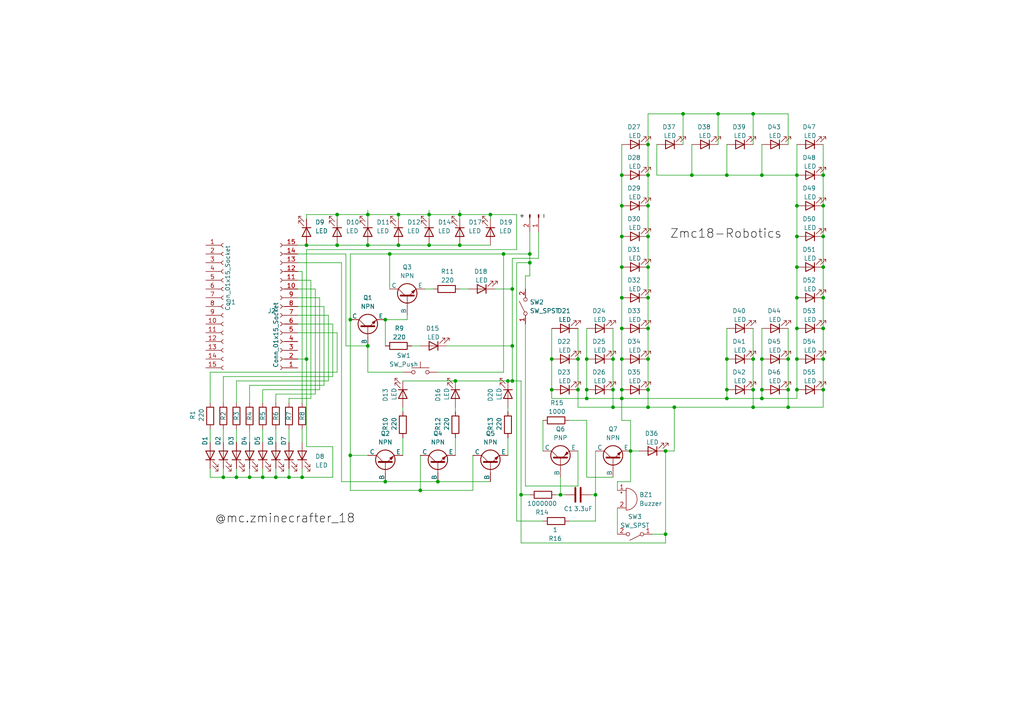
<source format=kicad_sch>
(kicad_sch (version 20250114) (generator "eeschema") (generator_version "9.0")
  (paper "A4")
  (lib_symbols
    (symbol "Connector:Conn_01x02_Pin" (pin_names (offset 1.016) (hide yes))
      (property "Reference" "J" (at 0 2.54 0))
      (property "Value" "Conn_01x02_Pin" (at 0 -5.08 0))
      (symbol "Conn_01x02_Pin_1_1"
        (pin passive line (at 5.08 0 180) (length 3.81) (name "Pin_1") (number "1"))
        (pin passive line (at 5.08 -2.54 180) (length 3.81) (name "Pin_2") (number "2"))
      )
    )
    (symbol "Connector:Conn_01x15_Socket" (pin_names (offset 1.016) (hide yes))
      (property "Reference" "J" (at 0 20.32 0))
      (property "Value" "Conn_01x15_Socket" (at 0 -20.32 0))
      (symbol "Conn_01x15_Socket_1_1"
        (pin passive line (at -5.08 17.78 0) (length 3.81) (name "Pin_1") (number "1"))
        (pin passive line (at -5.08 15.24 0) (length 3.81) (name "Pin_2") (number "2"))
        (pin passive line (at -5.08 12.7 0) (length 3.81) (name "Pin_3") (number "3"))
        (pin passive line (at -5.08 10.16 0) (length 3.81) (name "Pin_4") (number "4"))
        (pin passive line (at -5.08 7.62 0) (length 3.81) (name "Pin_5") (number "5"))
        (pin passive line (at -5.08 5.08 0) (length 3.81) (name "Pin_6") (number "6"))
        (pin passive line (at -5.08 2.54 0) (length 3.81) (name "Pin_7") (number "7"))
        (pin passive line (at -5.08 0 0) (length 3.81) (name "Pin_8") (number "8"))
        (pin passive line (at -5.08 -2.54 0) (length 3.81) (name "Pin_9") (number "9"))
        (pin passive line (at -5.08 -5.08 0) (length 3.81) (name "Pin_10") (number "10"))
        (pin passive line (at -5.08 -7.62 0) (length 3.81) (name "Pin_11") (number "11"))
        (pin passive line (at -5.08 -10.16 0) (length 3.81) (name "Pin_12") (number "12"))
        (pin passive line (at -5.08 -12.7 0) (length 3.81) (name "Pin_13") (number "13"))
        (pin passive line (at -5.08 -15.24 0) (length 3.81) (name "Pin_14") (number "14"))
        (pin passive line (at -5.08 -17.78 0) (length 3.81) (name "Pin_15") (number "15"))
      )
    )
    (symbol "Device:Buzzer" (pin_names (offset 0.0254) (hide yes))
      (property "Reference" "BZ" (at 3.81 1.27 0))
      (property "Value" "Buzzer" (at 3.81 -1.27 0))
      (symbol "Buzzer_1_1"
        (pin passive line (at -2.54 2.54 0) (length 2.54) (name "+") (number "1"))
        (pin passive line (at -2.54 -2.54 0) (length 2.54) (name "-") (number "2"))
      )
    )
    (symbol "Device:C" (pin_numbers (hide yes)) (pin_names (offset 0.254))
      (property "Reference" "C" (at 0.635 2.54 0))
      (property "Value" "C" (at 0.635 -2.54 0))
      (symbol "C_1_1"
        (pin passive line (at 0 3.81 270) (length 2.794) (name "~") (number "1"))
        (pin passive line (at 0 -3.81 90) (length 2.794) (name "~") (number "2"))
      )
    )
    (symbol "Device:LED" (pin_numbers (hide yes)) (pin_names (offset 1.016) (hide yes))
      (property "Reference" "D" (at 0 2.54 0))
      (property "Value" "LED" (at 0 -2.54 0))
      (symbol "LED_1_1"
        (pin passive line (at -3.81 0 0) (length 2.54) (name "K") (number "1"))
        (pin passive line (at 3.81 0 180) (length 2.54) (name "A") (number "2"))
      )
    )
    (symbol "Device:R" (pin_numbers (hide yes)) (pin_names (offset 0))
      (property "Reference" "R" (at 2.032 0 90))
      (property "Value" "R" (at 0 0 90))
      (symbol "R_1_1"
        (pin passive line (at 0 3.81 270) (length 1.27) (name "~") (number "1"))
        (pin passive line (at 0 -3.81 90) (length 1.27) (name "~") (number "2"))
      )
    )
    (symbol "Simulation_SPICE:NPN" (pin_numbers (hide yes)) (pin_names (offset 0))
      (property "Reference" "Q" (at -2.54 7.62 0))
      (property "Value" "NPN" (at -2.54 5.08 0))
      (symbol "NPN_1_1"
        (pin input line (at -5.08 0 0) (length 2.54) (name "B") (number "2"))
        (pin open_collector line (at 2.54 5.08 270) (length 2.54) (name "C") (number "1"))
        (pin open_emitter line (at 2.54 -5.08 90) (length 2.54) (name "E") (number "3"))
      )
    )
    (symbol "Simulation_SPICE:PNP" (pin_numbers (hide yes)) (pin_names (offset 0))
      (property "Reference" "Q" (at -2.54 7.62 0))
      (property "Value" "PNP" (at -2.54 5.08 0))
      (symbol "PNP_1_1"
        (pin input line (at -5.08 0 0) (length 2.54) (name "B") (number "2"))
        (pin open_collector line (at 2.54 5.08 270) (length 2.54) (name "C") (number "1"))
        (pin open_emitter line (at 2.54 -5.08 90) (length 2.54) (name "E") (number "3"))
      )
    )
    (symbol "Switch:SW_Push" (pin_numbers (hide yes)) (pin_names (offset 1.016) (hide yes))
      (property "Reference" "SW" (at 1.27 2.54 0))
      (property "Value" "SW_Push" (at 0 -1.524 0))
      (symbol "SW_Push_0_1"
        (pin passive line (at -5.08 0 0) (length 2.54) (name "1") (number "1"))
        (pin passive line (at 5.08 0 180) (length 2.54) (name "2") (number "2"))
      )
    )
    (symbol "Switch:SW_SPST" (pin_names (offset 0) (hide yes))
      (property "Reference" "SW" (at 0 3.175 0))
      (property "Value" "SW_SPST" (at 0 -2.54 0))
      (symbol "SW_SPST_1_1"
        (pin passive line (at -5.08 0 0) (length 2.54) (name "A") (number "1"))
        (pin passive line (at 5.08 0 180) (length 2.54) (name "B") (number "2"))
      )
    )
  )
  (junction (at 148.59 110.49))
  (junction (at 187.96 118.11))
  (junction (at 111.76 92.71))
  (junction (at 111.76 139.7))
  (junction (at 231.14 113.03))
  (junction (at 195.58 118.11))
  (junction (at 160.02 104.14))
  (junction (at 124.46 71.12))
  (junction (at 187.96 104.14))
  (junction (at 231.14 68.58))
  (junction (at 97.79 71.12))
  (junction (at 180.34 113.03))
  (junction (at 68.58 138.43))
  (junction (at 210.82 113.03))
  (junction (at 218.44 113.03))
  (junction (at 146.05 73.66))
  (junction (at 228.6 113.03))
  (junction (at 238.76 59.69))
  (junction (at 83.82 138.43))
  (junction (at 113.03 73.66))
  (junction (at 115.57 62.23))
  (junction (at 182.88 130.81))
  (junction (at 228.6 104.14))
  (junction (at 153.67 73.66))
  (junction (at 238.76 77.47))
  (junction (at 238.76 86.36))
  (junction (at 162.56 143.51))
  (junction (at 187.96 113.03))
  (junction (at 121.92 142.24))
  (junction (at 170.18 104.14))
  (junction (at 88.9 104.14))
  (junction (at 80.01 138.43))
  (junction (at 231.14 104.14))
  (junction (at 106.68 71.12))
  (junction (at 97.79 62.23))
  (junction (at 167.64 104.14))
  (junction (at 220.98 50.8))
  (junction (at 231.14 77.47))
  (junction (at 177.8 104.14))
  (junction (at 238.76 68.58))
  (junction (at 180.34 68.58))
  (junction (at 228.6 118.11))
  (junction (at 133.35 71.12))
  (junction (at 238.76 50.8))
  (junction (at 148.59 100.33))
  (junction (at 127 139.7))
  (junction (at 208.28 33.02))
  (junction (at 180.34 50.8))
  (junction (at 193.04 154.94))
  (junction (at 220.98 104.14))
  (junction (at 148.59 83.82))
  (junction (at 133.35 62.23))
  (junction (at 180.34 104.14))
  (junction (at 177.8 118.11))
  (junction (at 231.14 50.8))
  (junction (at 170.18 113.03))
  (junction (at 231.14 86.36))
  (junction (at 180.34 59.69))
  (junction (at 231.14 95.25))
  (junction (at 76.2 138.43))
  (junction (at 147.32 110.49))
  (junction (at 187.96 86.36))
  (junction (at 170.18 115.57))
  (junction (at 187.96 59.69))
  (junction (at 124.46 62.23))
  (junction (at 115.57 71.12))
  (junction (at 220.98 113.03))
  (junction (at 198.12 33.02))
  (junction (at 106.68 100.33))
  (junction (at 180.34 77.47))
  (junction (at 238.76 113.03))
  (junction (at 210.82 104.14))
  (junction (at 132.08 110.49))
  (junction (at 101.6 92.71))
  (junction (at 180.34 115.57))
  (junction (at 210.82 115.57))
  (junction (at 210.82 50.8))
  (junction (at 64.77 138.43))
  (junction (at 193.04 130.81))
  (junction (at 218.44 118.11))
  (junction (at 187.96 95.25))
  (junction (at 231.14 59.69))
  (junction (at 238.76 95.25))
  (junction (at 101.6 132.08))
  (junction (at 177.8 113.03))
  (junction (at 142.24 62.23))
  (junction (at 187.96 50.8))
  (junction (at 72.39 138.43))
  (junction (at 187.96 77.47))
  (junction (at 151.13 143.51))
  (junction (at 180.34 95.25))
  (junction (at 220.98 115.57))
  (junction (at 172.72 143.51))
  (junction (at 187.96 68.58))
  (junction (at 180.34 86.36))
  (junction (at 153.67 76.2))
  (junction (at 167.64 113.03))
  (junction (at 218.44 33.02))
  (junction (at 238.76 104.14))
  (junction (at 88.9 71.12))
  (junction (at 187.96 41.91))
  (junction (at 87.63 138.43))
  (junction (at 200.66 50.8))
  (junction (at 218.44 104.14))
  (junction (at 160.02 113.03))
  (junction (at 106.68 62.23))
  (wire (pts (xy 88.9 62.23) (xy 88.9 63.5)))
  (wire (pts (xy 238.76 68.58) (xy 238.76 77.47)))
  (wire (pts (xy 167.64 118.11) (xy 177.8 118.11)))
  (wire (pts (xy 198.12 33.02) (xy 198.12 41.91)))
  (wire (pts (xy 167.64 95.25) (xy 167.64 104.14)))
  (wire (pts (xy 231.14 59.69) (xy 231.14 68.58)))
  (wire (pts (xy 86.36 104.14) (xy 88.9 104.14)))
  (wire (pts (xy 93.98 88.9) (xy 93.98 111.76)))
  (wire (pts (xy 87.63 135.89) (xy 87.63 138.43)))
  (wire (pts (xy 106.68 62.23) (xy 106.68 60.96)))
  (wire (pts (xy 218.44 95.25) (xy 218.44 104.14)))
  (wire (pts (xy 220.98 104.14) (xy 220.98 113.03)))
  (wire (pts (xy 118.11 92.71) (xy 118.11 91.44)))
  (wire (pts (xy 180.34 121.92) (xy 182.88 121.92)))
  (wire (pts (xy 68.58 138.43) (xy 64.77 138.43)))
  (wire (pts (xy 86.36 78.74) (xy 87.63 78.74)))
  (wire (pts (xy 153.67 73.66) (xy 153.67 76.2)))
  (wire (pts (xy 228.6 95.25) (xy 228.6 104.14)))
  (wire (pts (xy 99.06 139.7) (xy 111.76 139.7)))
  (wire (pts (xy 231.14 77.47) (xy 231.14 86.36)))
  (wire (pts (xy 238.76 104.14) (xy 238.76 113.03)))
  (wire (pts (xy 64.77 135.89) (xy 64.77 138.43)))
  (wire (pts (xy 187.96 68.58) (xy 187.96 77.47)))
  (wire (pts (xy 115.57 71.12) (xy 124.46 71.12)))
  (wire (pts (xy 190.5 50.8) (xy 200.66 50.8)))
  (wire (pts (xy 92.71 113.03) (xy 76.2 113.03)))
  (wire (pts (xy 231.14 41.91) (xy 231.14 50.8)))
  (wire (pts (xy 208.28 33.02) (xy 208.28 41.91)))
  (wire (pts (xy 179.07 139.7) (xy 179.07 142.24)))
  (wire (pts (xy 86.36 91.44) (xy 95.25 91.44)))
  (wire (pts (xy 170.18 95.25) (xy 170.18 104.14)))
  (wire (pts (xy 60.96 107.95) (xy 60.96 116.84)))
  (wire (pts (xy 91.44 83.82) (xy 91.44 114.3)))
  (wire (pts (xy 113.03 73.66) (xy 146.05 73.66)))
  (wire (pts (xy 60.96 124.46) (xy 60.96 128.27)))
  (wire (pts (xy 151.13 143.51) (xy 151.13 157.48)))
  (wire (pts (xy 157.48 121.92) (xy 157.48 130.81)))
  (wire (pts (xy 210.82 104.14) (xy 210.82 113.03)))
  (wire (pts (xy 124.46 62.23) (xy 124.46 63.5)))
  (wire (pts (xy 162.56 143.51) (xy 163.83 143.51)))
  (wire (pts (xy 123.19 83.82) (xy 125.73 83.82)))
  (wire (pts (xy 86.36 88.9) (xy 93.98 88.9)))
  (wire (pts (xy 151.13 143.51) (xy 153.67 143.51)))
  (wire (pts (xy 83.82 115.57) (xy 83.82 116.84)))
  (wire (pts (xy 129.54 100.33) (xy 148.59 100.33)))
  (wire (pts (xy 152.4 93.98) (xy 152.4 140.97)))
  (wire (pts (xy 179.07 147.32) (xy 179.07 154.94)))
  (wire (pts (xy 170.18 115.57) (xy 180.34 115.57)))
  (wire (pts (xy 76.2 113.03) (xy 76.2 116.84)))
  (wire (pts (xy 116.84 110.49) (xy 132.08 110.49)))
  (wire (pts (xy 88.9 104.14) (xy 88.9 129.54)))
  (wire (pts (xy 115.57 62.23) (xy 115.57 63.5)))
  (wire (pts (xy 93.98 111.76) (xy 72.39 111.76)))
  (wire (pts (xy 180.34 77.47) (xy 180.34 86.36)))
  (wire (pts (xy 200.66 50.8) (xy 210.82 50.8)))
  (wire (pts (xy 170.18 138.43) (xy 177.8 138.43)))
  (wire (pts (xy 238.76 95.25) (xy 238.76 104.14)))
  (wire (pts (xy 218.44 104.14) (xy 218.44 113.03)))
  (wire (pts (xy 149.86 72.39) (xy 149.86 62.23)))
  (wire (pts (xy 238.76 50.8) (xy 238.76 59.69)))
  (wire (pts (xy 208.28 33.02) (xy 218.44 33.02)))
  (wire (pts (xy 220.98 41.91) (xy 220.98 50.8)))
  (wire (pts (xy 218.44 113.03) (xy 218.44 118.11)))
  (wire (pts (xy 177.8 104.14) (xy 177.8 113.03)))
  (wire (pts (xy 90.17 115.57) (xy 83.82 115.57)))
  (wire (pts (xy 86.36 93.98) (xy 96.52 93.98)))
  (wire (pts (xy 180.34 59.69) (xy 180.34 68.58)))
  (wire (pts (xy 115.57 62.23) (xy 124.46 62.23)))
  (wire (pts (xy 165.1 151.13) (xy 172.72 151.13)))
  (wire (pts (xy 189.23 154.94) (xy 193.04 154.94)))
  (wire (pts (xy 238.76 59.69) (xy 238.76 68.58)))
  (wire (pts (xy 231.14 86.36) (xy 231.14 95.25)))
  (wire (pts (xy 151.13 157.48) (xy 193.04 157.48)))
  (wire (pts (xy 231.14 95.25) (xy 231.14 104.14)))
  (wire (pts (xy 97.79 62.23) (xy 106.68 62.23)))
  (wire (pts (xy 86.36 86.36) (xy 92.71 86.36)))
  (wire (pts (xy 101.6 92.71) (xy 101.6 73.66)))
  (wire (pts (xy 133.35 62.23) (xy 142.24 62.23)))
  (wire (pts (xy 238.76 118.11) (xy 238.76 113.03)))
  (wire (pts (xy 210.82 115.57) (xy 220.98 115.57)))
  (wire (pts (xy 111.76 92.71) (xy 111.76 100.33)))
  (wire (pts (xy 187.96 77.47) (xy 187.96 86.36)))
  (wire (pts (xy 187.96 33.02) (xy 198.12 33.02)))
  (wire (pts (xy 106.68 100.33) (xy 106.68 107.95)))
  (wire (pts (xy 149.86 151.13) (xy 157.48 151.13)))
  (wire (pts (xy 76.2 124.46) (xy 76.2 128.27)))
  (wire (pts (xy 153.67 76.2) (xy 153.67 80.01)))
  (wire (pts (xy 182.88 130.81) (xy 185.42 130.81)))
  (wire (pts (xy 151.13 110.49) (xy 151.13 143.51)))
  (wire (pts (xy 187.96 50.8) (xy 187.96 59.69)))
  (wire (pts (xy 187.96 104.14) (xy 187.96 113.03)))
  (wire (pts (xy 124.46 62.23) (xy 133.35 62.23)))
  (wire (pts (xy 90.17 81.28) (xy 90.17 115.57)))
  (wire (pts (xy 187.96 41.91) (xy 187.96 33.02)))
  (wire (pts (xy 177.8 118.11) (xy 187.96 118.11)))
  (wire (pts (xy 160.02 95.25) (xy 160.02 104.14)))
  (wire (pts (xy 95.25 91.44) (xy 95.25 110.49)))
  (wire (pts (xy 72.39 124.46) (xy 72.39 128.27)))
  (wire (pts (xy 124.46 62.23) (xy 124.46 60.96)))
  (wire (pts (xy 165.1 121.92) (xy 170.18 121.92)))
  (wire (pts (xy 238.76 86.36) (xy 238.76 95.25)))
  (wire (pts (xy 210.82 50.8) (xy 220.98 50.8)))
  (wire (pts (xy 220.98 50.8) (xy 231.14 50.8)))
  (wire (pts (xy 124.46 71.12) (xy 133.35 71.12)))
  (wire (pts (xy 167.64 130.81) (xy 167.64 140.97)))
  (wire (pts (xy 195.58 118.11) (xy 218.44 118.11)))
  (wire (pts (xy 198.12 33.02) (xy 208.28 33.02)))
  (wire (pts (xy 187.96 95.25) (xy 187.96 104.14)))
  (wire (pts (xy 153.67 76.2) (xy 149.86 76.2)))
  (wire (pts (xy 101.6 132.08) (xy 101.6 142.24)))
  (wire (pts (xy 133.35 62.23) (xy 133.35 63.5)))
  (wire (pts (xy 116.84 118.11) (xy 116.84 119.38)))
  (wire (pts (xy 91.44 114.3) (xy 80.01 114.3)))
  (wire (pts (xy 172.72 130.81) (xy 172.72 143.51)))
  (wire (pts (xy 97.79 71.12) (xy 106.68 71.12)))
  (wire (pts (xy 132.08 118.11) (xy 132.08 119.38)))
  (wire (pts (xy 187.96 41.91) (xy 187.96 50.8)))
  (wire (pts (xy 172.72 143.51) (xy 172.72 151.13)))
  (wire (pts (xy 210.82 41.91) (xy 210.82 50.8)))
  (wire (pts (xy 97.79 62.23) (xy 97.79 63.5)))
  (wire (pts (xy 231.14 115.57) (xy 231.14 113.03)))
  (wire (pts (xy 187.96 59.69) (xy 187.96 68.58)))
  (wire (pts (xy 97.79 96.52) (xy 97.79 107.95)))
  (wire (pts (xy 180.34 104.14) (xy 180.34 113.03)))
  (wire (pts (xy 96.52 129.54) (xy 96.52 138.43)))
  (wire (pts (xy 96.52 138.43) (xy 87.63 138.43)))
  (wire (pts (xy 182.88 130.81) (xy 182.88 139.7)))
  (wire (pts (xy 88.9 71.12) (xy 97.79 71.12)))
  (wire (pts (xy 142.24 62.23) (xy 142.24 63.5)))
  (wire (pts (xy 99.06 76.2) (xy 99.06 139.7)))
  (wire (pts (xy 113.03 73.66) (xy 113.03 83.82)))
  (wire (pts (xy 86.36 96.52) (xy 97.79 96.52)))
  (wire (pts (xy 132.08 110.49) (xy 147.32 110.49)))
  (wire (pts (xy 121.92 142.24) (xy 121.92 132.08)))
  (wire (pts (xy 146.05 73.66) (xy 146.05 107.95)))
  (wire (pts (xy 238.76 41.91) (xy 238.76 50.8)))
  (wire (pts (xy 228.6 104.14) (xy 228.6 113.03)))
  (wire (pts (xy 86.36 83.82) (xy 91.44 83.82)))
  (wire (pts (xy 96.52 93.98) (xy 96.52 109.22)))
  (wire (pts (xy 68.58 135.89) (xy 68.58 138.43)))
  (wire (pts (xy 64.77 109.22) (xy 64.77 116.84)))
  (wire (pts (xy 101.6 73.66) (xy 113.03 73.66)))
  (wire (pts (xy 152.4 80.01) (xy 152.4 83.82)))
  (wire (pts (xy 182.88 139.7) (xy 179.07 139.7)))
  (wire (pts (xy 228.6 33.02) (xy 228.6 41.91)))
  (wire (pts (xy 171.45 143.51) (xy 172.72 143.51)))
  (wire (pts (xy 132.08 127) (xy 132.08 132.08)))
  (wire (pts (xy 88.9 72.39) (xy 149.86 72.39)))
  (wire (pts (xy 133.35 71.12) (xy 142.24 71.12)))
  (wire (pts (xy 80.01 138.43) (xy 76.2 138.43)))
  (wire (pts (xy 231.14 104.14) (xy 231.14 113.03)))
  (wire (pts (xy 170.18 121.92) (xy 170.18 138.43)))
  (wire (pts (xy 87.63 138.43) (xy 83.82 138.43)))
  (wire (pts (xy 180.34 41.91) (xy 180.34 50.8)))
  (wire (pts (xy 153.67 80.01) (xy 152.4 80.01)))
  (wire (pts (xy 220.98 95.25) (xy 220.98 104.14)))
  (wire (pts (xy 116.84 127) (xy 116.84 132.08)))
  (wire (pts (xy 177.8 95.25) (xy 177.8 104.14)))
  (wire (pts (xy 88.9 129.54) (xy 96.52 129.54)))
  (wire (pts (xy 148.59 74.93) (xy 148.59 83.82)))
  (wire (pts (xy 83.82 135.89) (xy 83.82 138.43)))
  (wire (pts (xy 68.58 110.49) (xy 68.58 116.84)))
  (wire (pts (xy 193.04 157.48) (xy 193.04 154.94)))
  (wire (pts (xy 149.86 62.23) (xy 142.24 62.23)))
  (wire (pts (xy 64.77 124.46) (xy 64.77 128.27)))
  (wire (pts (xy 86.36 81.28) (xy 90.17 81.28)))
  (wire (pts (xy 182.88 121.92) (xy 182.88 130.81)))
  (wire (pts (xy 218.44 33.02) (xy 218.44 41.91)))
  (wire (pts (xy 127 107.95) (xy 146.05 107.95)))
  (wire (pts (xy 152.4 140.97) (xy 167.64 140.97)))
  (wire (pts (xy 100.33 100.33) (xy 106.68 100.33)))
  (wire (pts (xy 101.6 142.24) (xy 121.92 142.24)))
  (wire (pts (xy 60.96 135.89) (xy 60.96 138.43)))
  (wire (pts (xy 87.63 78.74) (xy 87.63 116.84)))
  (wire (pts (xy 180.34 50.8) (xy 180.34 59.69)))
  (wire (pts (xy 87.63 124.46) (xy 87.63 128.27)))
  (wire (pts (xy 180.34 95.25) (xy 180.34 104.14)))
  (wire (pts (xy 231.14 68.58) (xy 231.14 77.47)))
  (wire (pts (xy 195.58 130.81) (xy 193.04 130.81)))
  (wire (pts (xy 220.98 115.57) (xy 231.14 115.57)))
  (wire (pts (xy 86.36 73.66) (xy 100.33 73.66)))
  (wire (pts (xy 153.67 67.31) (xy 153.67 73.66)))
  (wire (pts (xy 111.76 139.7) (xy 127 139.7)))
  (wire (pts (xy 86.36 76.2) (xy 99.06 76.2)))
  (wire (pts (xy 210.82 113.03) (xy 210.82 115.57)))
  (wire (pts (xy 148.59 110.49) (xy 151.13 110.49)))
  (wire (pts (xy 160.02 115.57) (xy 170.18 115.57)))
  (wire (pts (xy 160.02 104.14) (xy 160.02 113.03)))
  (wire (pts (xy 193.04 154.94) (xy 193.04 130.81)))
  (wire (pts (xy 156.21 74.93) (xy 156.21 67.31)))
  (wire (pts (xy 161.29 143.51) (xy 162.56 143.51)))
  (wire (pts (xy 195.58 118.11) (xy 195.58 130.81)))
  (wire (pts (xy 200.66 41.91) (xy 200.66 50.8)))
  (wire (pts (xy 121.92 142.24) (xy 137.16 142.24)))
  (wire (pts (xy 167.64 104.14) (xy 167.64 113.03)))
  (wire (pts (xy 177.8 113.03) (xy 177.8 118.11)))
  (wire (pts (xy 228.6 118.11) (xy 238.76 118.11)))
  (wire (pts (xy 106.68 62.23) (xy 106.68 63.5)))
  (wire (pts (xy 76.2 135.89) (xy 76.2 138.43)))
  (wire (pts (xy 149.86 76.2) (xy 149.86 151.13)))
  (wire (pts (xy 148.59 83.82) (xy 148.59 100.33)))
  (wire (pts (xy 95.25 110.49) (xy 68.58 110.49)))
  (wire (pts (xy 148.59 100.33) (xy 148.59 110.49)))
  (wire (pts (xy 180.34 115.57) (xy 210.82 115.57)))
  (wire (pts (xy 80.01 114.3) (xy 80.01 116.84)))
  (wire (pts (xy 92.71 86.36) (xy 92.71 113.03)))
  (wire (pts (xy 218.44 118.11) (xy 228.6 118.11)))
  (wire (pts (xy 119.38 100.33) (xy 121.92 100.33)))
  (wire (pts (xy 101.6 92.71) (xy 101.6 132.08)))
  (wire (pts (xy 106.68 71.12) (xy 115.57 71.12)))
  (wire (pts (xy 106.68 62.23) (xy 115.57 62.23)))
  (wire (pts (xy 210.82 95.25) (xy 210.82 104.14)))
  (wire (pts (xy 96.52 109.22) (xy 64.77 109.22)))
  (wire (pts (xy 80.01 135.89) (xy 80.01 138.43)))
  (wire (pts (xy 162.56 138.43) (xy 162.56 143.51)))
  (wire (pts (xy 80.01 124.46) (xy 80.01 128.27)))
  (wire (pts (xy 83.82 138.43) (xy 80.01 138.43)))
  (wire (pts (xy 88.9 104.14) (xy 88.9 72.39)))
  (wire (pts (xy 137.16 132.08) (xy 137.16 142.24)))
  (wire (pts (xy 147.32 127) (xy 147.32 132.08)))
  (wire (pts (xy 170.18 104.14) (xy 170.18 113.03)))
  (wire (pts (xy 68.58 124.46) (xy 68.58 128.27)))
  (wire (pts (xy 64.77 138.43) (xy 60.96 138.43)))
  (wire (pts (xy 100.33 73.66) (xy 100.33 100.33)))
  (wire (pts (xy 72.39 111.76) (xy 72.39 116.84)))
  (wire (pts (xy 127 139.7) (xy 142.24 139.7)))
  (wire (pts (xy 187.96 86.36) (xy 187.96 95.25)))
  (wire (pts (xy 88.9 62.23) (xy 97.79 62.23)))
  (wire (pts (xy 111.76 92.71) (xy 118.11 92.71)))
  (wire (pts (xy 180.34 115.57) (xy 180.34 121.92)))
  (wire (pts (xy 167.64 113.03) (xy 167.64 118.11)))
  (wire (pts (xy 231.14 50.8) (xy 231.14 59.69)))
  (wire (pts (xy 83.82 124.46) (xy 83.82 128.27)))
  (wire (pts (xy 180.34 86.36) (xy 180.34 95.25)))
  (wire (pts (xy 72.39 138.43) (xy 68.58 138.43)))
  (wire (pts (xy 106.68 107.95) (xy 116.84 107.95)))
  (wire (pts (xy 180.34 68.58) (xy 180.34 77.47)))
  (wire (pts (xy 238.76 77.47) (xy 238.76 86.36)))
  (wire (pts (xy 143.51 83.82) (xy 148.59 83.82)))
  (wire (pts (xy 76.2 138.43) (xy 72.39 138.43)))
  (wire (pts (xy 147.32 110.49) (xy 148.59 110.49)))
  (wire (pts (xy 101.6 132.08) (xy 106.68 132.08)))
  (wire (pts (xy 86.36 71.12) (xy 88.9 71.12)))
  (wire (pts (xy 153.67 73.66) (xy 146.05 73.66)))
  (wire (pts (xy 228.6 113.03) (xy 228.6 118.11)))
  (wire (pts (xy 170.18 115.57) (xy 170.18 113.03)))
  (wire (pts (xy 72.39 135.89) (xy 72.39 138.43)))
  (wire (pts (xy 220.98 113.03) (xy 220.98 115.57)))
  (wire (pts (xy 133.35 62.23) (xy 133.35 60.96)))
  (wire (pts (xy 148.59 74.93) (xy 156.21 74.93)))
  (wire (pts (xy 160.02 113.03) (xy 160.02 115.57)))
  (wire (pts (xy 180.34 113.03) (xy 180.34 115.57)))
  (wire (pts (xy 133.35 83.82) (xy 135.89 83.82)))
  (wire (pts (xy 187.96 118.11) (xy 195.58 118.11)))
  (wire (pts (xy 147.32 118.11) (xy 147.32 119.38)))
  (wire (pts (xy 97.79 107.95) (xy 60.96 107.95)))
  (wire (pts (xy 187.96 113.03) (xy 187.96 118.11)))
  (wire (pts (xy 190.5 41.91) (xy 190.5 50.8)))
  (wire (pts (xy 218.44 33.02) (xy 228.6 33.02)))
  (label "-" (at 158.75 63.5 90))
  (label "+" (at 152.4 63.5 90))
  (label "Zmc18-Robotics" (at 194.31 69.85 0) (effects (font (size 2.54 2.54))))
  (label "@mc.zminecrafter_18" (at 62.23 152.4 0) (effects (font (size 2.54 2.54))))
  (symbol (lib_id "Simulation_SPICE:NPN") (at 111.76 134.62 90) (unit 1)
    (property "Reference" "Q2" (at 111.76 125.73 90))
    (property "Value" "NPN" (at 111.76 128.27 90))
    (property "Footprint" "Package_TO_SOT_SMD:SOT-23" (effects (hide yes)))
    (property "Datasheet" "https://ngspice.sourceforge.io/docs/ngspice-html-manual/manual.xhtml#cha_BJTs" (effects (hide yes)))
    (property "Description" "Bipolar transistor symbol for simulation only, substrate tied to the emitter" (effects (hide yes)))
    (property "Sim.Device" "NPN" (effects (hide yes)))
    (property "Sim.Type" "GUMMELPOON" (effects (hide yes)))
    (property "Sim.Pins" "1=C 2=B 3=E" (effects (hide yes)))
  )
  (symbol (lib_id "Connector:Conn_01x02_Pin") (at 156.21 62.23 270) (unit 1)
    (property "Reference" "+1" (effects (hide yes)))
    (property "Value" "Conn_01x02_Pin" (effects (hide yes)))
    (property "Footprint" "Connector_PinHeader_2.54mm:PinHeader_1x02_P2.54mm_Horizontal" (effects (hide yes)))
    (property "Description" "Generic connector, single row, 01x02, script generated" (effects (hide yes)))
  )
  (symbol (lib_id "Device:LED") (at 163.83 113.03 180) (unit 1)
    (property "Reference" "D23" (at 163.576 107.95 0))
    (property "Value" "LED" (at 163.83 110.49 0))
    (property "Footprint" "LED_THT:LED_D5.0mm" (effects (hide yes)))
    (property "Description" "Light emitting diode" (effects (hide yes)))
    (property "Sim.Pins" "1=K 2=A" (effects (hide yes)))
  )
  (symbol (lib_id "Device:LED") (at 184.15 68.58 180) (unit 1)
    (property "Reference" "D30" (at 183.896 63.5 0))
    (property "Value" "LED" (at 184.15 66.04 0))
    (property "Footprint" "LED_THT:LED_D5.0mm" (effects (hide yes)))
    (property "Description" "Light emitting diode" (effects (hide yes)))
    (property "Sim.Pins" "1=K 2=A" (effects (hide yes)))
  )
  (symbol (lib_id "Simulation_SPICE:NPN") (at 118.11 86.36 90) (unit 1)
    (property "Reference" "Q3" (at 118.11 77.47 90))
    (property "Value" "NPN" (at 118.11 80.01 90))
    (property "Footprint" "Package_TO_SOT_SMD:SOT-23" (effects (hide yes)))
    (property "Datasheet" "https://ngspice.sourceforge.io/docs/ngspice-html-manual/manual.xhtml#cha_BJTs" (effects (hide yes)))
    (property "Description" "Bipolar transistor symbol for simulation only, substrate tied to the emitter" (effects (hide yes)))
    (property "Sim.Device" "NPN" (effects (hide yes)))
    (property "Sim.Type" "GUMMELPOON" (effects (hide yes)))
    (property "Sim.Pins" "1=C 2=B 3=E" (effects (hide yes)))
  )
  (symbol (lib_id "Device:LED") (at 184.15 104.14 180) (unit 1)
    (property "Reference" "D34" (at 183.896 99.06 0))
    (property "Value" "LED" (at 184.15 101.6 0))
    (property "Footprint" "LED_THT:LED_D5.0mm" (effects (hide yes)))
    (property "Description" "Light emitting diode" (effects (hide yes)))
    (property "Sim.Pins" "1=K 2=A" (effects (hide yes)))
  )
  (symbol (lib_id "Connector:Conn_01x15_Socket") (at 81.28 88.9 180) (unit 1)
    (property "Reference" "J2" (at 80.01 90.1701 0) (effects (justify left)))
    (property "Value" "Conn_01x15_Socket" (at 80.01 87.6301 90) (effects (justify left)))
    (property "Footprint" "Connector_PinSocket_2.54mm:PinSocket_1x15_P2.54mm_Vertical" (effects (hide yes)))
    (property "Description" "Generic connector, single row, 01x15, script generated" (effects (hide yes)))
  )
  (symbol (lib_id "Device:LED") (at 68.58 132.08 90) (unit 1)
    (property "Reference" "D3" (at 67.056 126.492 0) (effects (justify right)))
    (property "Value" "LED" (effects (hide yes)))
    (property "Footprint" "LED_SMD:LED_0805_2012Metric" (effects (hide yes)))
    (property "Description" "Light emitting diode" (effects (hide yes)))
    (property "Sim.Pins" "1=K 2=A" (effects (hide yes)))
  )
  (symbol (lib_id "Device:LED") (at 184.15 50.8 180) (unit 1)
    (property "Reference" "D28" (at 183.896 45.72 0))
    (property "Value" "LED" (at 184.15 48.26 0))
    (property "Footprint" "LED_THT:LED_D5.0mm" (effects (hide yes)))
    (property "Description" "Light emitting diode" (effects (hide yes)))
    (property "Sim.Pins" "1=K 2=A" (effects (hide yes)))
  )
  (symbol (lib_id "Device:LED") (at 163.83 104.14 180) (unit 1)
    (property "Reference" "D22" (at 163.576 99.06 0))
    (property "Value" "LED" (at 163.83 101.6 0))
    (property "Footprint" "LED_THT:LED_D5.0mm" (effects (hide yes)))
    (property "Description" "Light emitting diode" (effects (hide yes)))
    (property "Sim.Pins" "1=K 2=A" (effects (hide yes)))
  )
  (symbol (lib_id "Device:LED") (at 214.63 95.25 180) (unit 1)
    (property "Reference" "D40" (at 214.376 90.17 0))
    (property "Value" "LED" (at 214.63 92.71 0))
    (property "Footprint" "LED_THT:LED_D5.0mm" (effects (hide yes)))
    (property "Description" "Light emitting diode" (effects (hide yes)))
    (property "Sim.Pins" "1=K 2=A" (effects (hide yes)))
  )
  (symbol (lib_id "Device:C") (at 167.64 143.51 270) (unit 1)
    (property "Reference" "C1" (at 164.846 147.574 90))
    (property "Value" "3.3uF" (at 169.164 147.574 90))
    (property "Footprint" "Capacitor_SMD:CP_Elec_6.3x3" (effects (hide yes)))
    (property "Description" "Unpolarized capacitor" (effects (hide yes)))
  )
  (symbol (lib_id "Device:R") (at 116.84 123.19 180) (unit 1)
    (property "Reference" "R10" (at 111.76 122.936 90))
    (property "Value" "220" (at 114.3 122.936 90))
    (property "Footprint" "Resistor_SMD:R_0805_2012Metric" (effects (hide yes)))
    (property "Description" "Resistor" (effects (hide yes)))
  )
  (symbol (lib_id "Device:R") (at 161.29 151.13 270) (unit 1)
    (property "Reference" "R16" (at 161.036 156.21 90))
    (property "Value" "1" (at 161.036 153.67 90))
    (property "Footprint" "Resistor_SMD:R_0805_2012Metric" (effects (hide yes)))
    (property "Description" "Resistor" (effects (hide yes)))
  )
  (symbol (lib_id "Switch:SW_Push") (at 121.92 107.95 0) (unit 1)
    (property "Reference" "SW1" (at 117.094 103.124 0))
    (property "Value" "SW_Push" (at 117.094 105.664 0))
    (property "Footprint" "Button_Switch_THT:SW_PUSH_6mm" (effects (hide yes)))
    (property "Description" "Push button switch, generic, two pins" (effects (hide yes)))
  )
  (symbol (lib_id "Device:LED") (at 133.35 67.31 270) (unit 1)
    (property "Reference" "D17" (at 135.89 64.4524 90) (effects (justify left)))
    (property "Value" "LED" (at 135.89 66.9924 90) (effects (justify left)))
    (property "Footprint" "LED_SMD:LED_0805_2012Metric" (effects (hide yes)))
    (property "Description" "Light emitting diode" (effects (hide yes)))
    (property "Sim.Pins" "1=K 2=A" (effects (hide yes)))
  )
  (symbol (lib_id "Device:LED") (at 115.57 67.31 270) (unit 1)
    (property "Reference" "D12" (at 118.11 64.4524 90) (effects (justify left)))
    (property "Value" "LED" (at 118.11 66.9924 90) (effects (justify left)))
    (property "Footprint" "LED_SMD:LED_0805_2012Metric" (effects (hide yes)))
    (property "Description" "Light emitting diode" (effects (hide yes)))
    (property "Sim.Pins" "1=K 2=A" (effects (hide yes)))
  )
  (symbol (lib_id "Device:LED") (at 83.82 132.08 90) (unit 1)
    (property "Reference" "D7" (at 82.296 126.492 0) (effects (justify right)))
    (property "Value" "LED" (effects (hide yes)))
    (property "Footprint" "LED_SMD:LED_0805_2012Metric" (effects (hide yes)))
    (property "Description" "Light emitting diode" (effects (hide yes)))
    (property "Sim.Pins" "1=K 2=A" (effects (hide yes)))
  )
  (symbol (lib_id "Device:R") (at 60.96 120.65 180) (unit 1)
    (property "Reference" "R1" (at 55.88 120.396 90))
    (property "Value" "220" (at 58.42 120.396 90))
    (property "Footprint" "Resistor_SMD:R_0805_2012Metric" (effects (hide yes)))
    (property "Description" "Resistor" (effects (hide yes)))
  )
  (symbol (lib_id "Simulation_SPICE:NPN") (at 177.8 133.35 90) (unit 1)
    (property "Reference" "Q7" (at 177.8 124.46 90))
    (property "Value" "NPN" (at 177.8 127 90))
    (property "Footprint" "Package_TO_SOT_SMD:SOT-23" (effects (hide yes)))
    (property "Datasheet" "https://ngspice.sourceforge.io/docs/ngspice-html-manual/manual.xhtml#cha_BJTs" (effects (hide yes)))
    (property "Description" "Bipolar transistor symbol for simulation only, substrate tied to the emitter" (effects (hide yes)))
    (property "Sim.Device" "NPN" (effects (hide yes)))
    (property "Sim.Type" "GUMMELPOON" (effects (hide yes)))
    (property "Sim.Pins" "1=C 2=B 3=E" (effects (hide yes)))
  )
  (symbol (lib_id "Device:LED") (at 125.73 100.33 180) (unit 1)
    (property "Reference" "D15" (at 125.476 95.25 0))
    (property "Value" "LED" (at 125.73 97.79 0))
    (property "Footprint" "LED_SMD:LED_0805_2012Metric" (effects (hide yes)))
    (property "Description" "Light emitting diode" (effects (hide yes)))
    (property "Sim.Pins" "1=K 2=A" (effects (hide yes)))
  )
  (symbol (lib_id "Device:R") (at 115.57 100.33 90) (unit 1)
    (property "Reference" "R9" (at 115.824 95.25 90))
    (property "Value" "220" (at 115.824 97.79 90))
    (property "Footprint" "Resistor_SMD:R_0805_2012Metric" (effects (hide yes)))
    (property "Description" "Resistor" (effects (hide yes)))
  )
  (symbol (lib_id "Device:LED") (at 88.9 67.31 270) (unit 1)
    (property "Reference" "D9" (at 91.44 64.4524 90) (effects (justify left)))
    (property "Value" "LED" (at 91.44 66.9924 90) (effects (justify left)))
    (property "Footprint" "LED_SMD:LED_0805_2012Metric" (effects (hide yes)))
    (property "Description" "Light emitting diode" (effects (hide yes)))
    (property "Sim.Pins" "1=K 2=A" (effects (hide yes)))
  )
  (symbol (lib_id "Device:R") (at 64.77 120.65 180) (unit 1)
    (property "Reference" "R2" (at 64.77 120.65 90))
    (property "Value" "220" (effects (hide yes)))
    (property "Footprint" "Resistor_SMD:R_0805_2012Metric" (effects (hide yes)))
    (property "Description" "Resistor" (effects (hide yes)))
  )
  (symbol (lib_id "Device:LED") (at 234.95 95.25 180) (unit 1)
    (property "Reference" "D53" (at 234.696 90.17 0))
    (property "Value" "LED" (at 234.95 92.71 0))
    (property "Footprint" "LED_THT:LED_D5.0mm" (effects (hide yes)))
    (property "Description" "Light emitting diode" (effects (hide yes)))
    (property "Sim.Pins" "1=K 2=A" (effects (hide yes)))
  )
  (symbol (lib_id "Device:LED") (at 234.95 104.14 180) (unit 1)
    (property "Reference" "D54" (at 234.696 99.06 0))
    (property "Value" "LED" (at 234.95 101.6 0))
    (property "Footprint" "LED_THT:LED_D5.0mm" (effects (hide yes)))
    (property "Description" "Light emitting diode" (effects (hide yes)))
    (property "Sim.Pins" "1=K 2=A" (effects (hide yes)))
  )
  (symbol (lib_id "Device:LED") (at 184.15 59.69 180) (unit 1)
    (property "Reference" "D29" (at 183.896 54.61 0))
    (property "Value" "LED" (at 184.15 57.15 0))
    (property "Footprint" "LED_THT:LED_D5.0mm" (effects (hide yes)))
    (property "Description" "Light emitting diode" (effects (hide yes)))
    (property "Sim.Pins" "1=K 2=A" (effects (hide yes)))
  )
  (symbol (lib_id "Device:LED") (at 224.79 104.14 180) (unit 1)
    (property "Reference" "D45" (at 224.536 99.06 0))
    (property "Value" "LED" (at 224.79 101.6 0))
    (property "Footprint" "LED_THT:LED_D5.0mm" (effects (hide yes)))
    (property "Description" "Light emitting diode" (effects (hide yes)))
    (property "Sim.Pins" "1=K 2=A" (effects (hide yes)))
  )
  (symbol (lib_id "Device:LED") (at 234.95 77.47 180) (unit 1)
    (property "Reference" "D51" (at 234.696 72.39 0))
    (property "Value" "LED" (at 234.95 74.93 0))
    (property "Footprint" "LED_THT:LED_D5.0mm" (effects (hide yes)))
    (property "Description" "Light emitting diode" (effects (hide yes)))
    (property "Sim.Pins" "1=K 2=A" (effects (hide yes)))
  )
  (symbol (lib_id "Device:LED") (at 64.77 132.08 90) (unit 1)
    (property "Reference" "D2" (at 63.246 126.492 0) (effects (justify right)))
    (property "Value" "LED" (effects (hide yes)))
    (property "Footprint" "LED_SMD:LED_0805_2012Metric" (effects (hide yes)))
    (property "Description" "Light emitting diode" (effects (hide yes)))
    (property "Sim.Pins" "1=K 2=A" (effects (hide yes)))
  )
  (symbol (lib_id "Device:R") (at 72.39 120.65 180) (unit 1)
    (property "Reference" "R4" (at 72.39 120.65 90))
    (property "Value" "220" (effects (hide yes)))
    (property "Footprint" "Resistor_SMD:R_0805_2012Metric" (effects (hide yes)))
    (property "Description" "Resistor" (effects (hide yes)))
  )
  (symbol (lib_id "Device:Buzzer") (at 181.61 144.78 0) (unit 1)
    (property "Reference" "BZ1" (at 185.42 143.5099 0) (effects (justify left)))
    (property "Value" "Buzzer" (at 185.42 146.0499 0) (effects (justify left)))
    (property "Footprint" "Buzzer_Beeper:Buzzer_12x9.5RM7.6" (effects (hide yes)))
    (property "Description" "Buzzer, polarized" (effects (hide yes)))
  )
  (symbol (lib_id "Device:R") (at 132.08 123.19 180) (unit 1)
    (property "Reference" "R12" (at 127 122.936 90))
    (property "Value" "220" (at 129.54 122.936 90))
    (property "Footprint" "Resistor_SMD:R_0805_2012Metric" (effects (hide yes)))
    (property "Description" "Resistor" (effects (hide yes)))
  )
  (symbol (lib_id "Device:LED") (at 173.99 104.14 180) (unit 1)
    (property "Reference" "D25" (at 173.736 99.06 0))
    (property "Value" "LED" (at 173.99 101.6 0))
    (property "Footprint" "LED_THT:LED_D5.0mm" (effects (hide yes)))
    (property "Description" "Light emitting diode" (effects (hide yes)))
    (property "Sim.Pins" "1=K 2=A" (effects (hide yes)))
  )
  (symbol (lib_id "Connector:Conn_01x15_Socket") (at 64.77 88.9 0) (unit 1)
    (property "Reference" "J1" (at 66.04 87.6299 0) (effects (justify left)))
    (property "Value" "Conn_01x15_Socket" (at 66.04 90.1699 90) (effects (justify left)))
    (property "Footprint" "Connector_PinSocket_2.54mm:PinSocket_1x15_P2.54mm_Vertical" (effects (hide yes)))
    (property "Description" "Generic connector, single row, 01x15, script generated" (effects (hide yes)))
  )
  (symbol (lib_id "Device:LED") (at 234.95 86.36 180) (unit 1)
    (property "Reference" "D52" (at 234.696 81.28 0))
    (property "Value" "LED" (at 234.95 83.82 0))
    (property "Footprint" "LED_THT:LED_D5.0mm" (effects (hide yes)))
    (property "Description" "Light emitting diode" (effects (hide yes)))
    (property "Sim.Pins" "1=K 2=A" (effects (hide yes)))
  )
  (symbol (lib_id "Device:LED") (at 184.15 41.91 180) (unit 1)
    (property "Reference" "D27" (at 183.896 36.83 0))
    (property "Value" "LED" (at 184.15 39.37 0))
    (property "Footprint" "LED_THT:LED_D5.0mm" (effects (hide yes)))
    (property "Description" "Light emitting diode" (effects (hide yes)))
    (property "Sim.Pins" "1=K 2=A" (effects (hide yes)))
  )
  (symbol (lib_id "Simulation_SPICE:PNP") (at 162.56 133.35 90) (unit 1)
    (property "Reference" "Q6" (at 162.56 124.46 90))
    (property "Value" "PNP" (at 162.56 127 90))
    (property "Footprint" "Package_TO_SOT_SMD:SOT-23" (effects (hide yes)))
    (property "Datasheet" "https://ngspice.sourceforge.io/docs/ngspice-html-manual/manual.xhtml#cha_BJTs" (effects (hide yes)))
    (property "Description" "Bipolar transistor symbol for simulation only, substrate tied to the emitter" (effects (hide yes)))
    (property "Sim.Device" "PNP" (effects (hide yes)))
    (property "Sim.Type" "GUMMELPOON" (effects (hide yes)))
    (property "Sim.Pins" "1=C 2=B 3=E" (effects (hide yes)))
  )
  (symbol (lib_id "Device:LED") (at 214.63 41.91 180) (unit 1)
    (property "Reference" "D39" (at 214.376 36.83 0))
    (property "Value" "LED" (at 214.63 39.37 0))
    (property "Footprint" "LED_THT:LED_D5.0mm" (effects (hide yes)))
    (property "Description" "Light emitting diode" (effects (hide yes)))
    (property "Sim.Pins" "1=K 2=A" (effects (hide yes)))
  )
  (symbol (lib_id "Device:LED") (at 184.15 113.03 180) (unit 1)
    (property "Reference" "D35" (at 183.896 107.95 0))
    (property "Value" "LED" (at 184.15 110.49 0))
    (property "Footprint" "LED_THT:LED_D5.0mm" (effects (hide yes)))
    (property "Description" "Light emitting diode" (effects (hide yes)))
    (property "Sim.Pins" "1=K 2=A" (effects (hide yes)))
  )
  (symbol (lib_id "Device:LED") (at 184.15 86.36 180) (unit 1)
    (property "Reference" "D32" (at 183.896 81.28 0))
    (property "Value" "LED" (at 184.15 83.82 0))
    (property "Footprint" "LED_THT:LED_D5.0mm" (effects (hide yes)))
    (property "Description" "Light emitting diode" (effects (hide yes)))
    (property "Sim.Pins" "1=K 2=A" (effects (hide yes)))
  )
  (symbol (lib_id "Device:R") (at 161.29 121.92 90) (unit 1)
    (property "Reference" "R15" (at 161.544 116.84 90))
    (property "Value" "1000" (at 161.544 119.38 90))
    (property "Footprint" "Resistor_SMD:R_0805_2012Metric" (effects (hide yes)))
    (property "Description" "Resistor" (effects (hide yes)))
  )
  (symbol (lib_id "Device:LED") (at 214.63 104.14 180) (unit 1)
    (property "Reference" "D41" (at 214.376 99.06 0))
    (property "Value" "LED" (at 214.63 101.6 0))
    (property "Footprint" "LED_THT:LED_D5.0mm" (effects (hide yes)))
    (property "Description" "Light emitting diode" (effects (hide yes)))
    (property "Sim.Pins" "1=K 2=A" (effects (hide yes)))
  )
  (symbol (lib_id "Device:LED") (at 189.23 130.81 180) (unit 1)
    (property "Reference" "D36" (at 188.976 125.73 0))
    (property "Value" "LED" (at 189.23 128.27 0))
    (property "Footprint" "LED_SMD:LED_0805_2012Metric" (effects (hide yes)))
    (property "Description" "Light emitting diode" (effects (hide yes)))
    (property "Sim.Pins" "1=K 2=A" (effects (hide yes)))
  )
  (symbol (lib_id "Device:LED") (at 194.31 41.91 180) (unit 1)
    (property "Reference" "D37" (at 194.056 36.83 0))
    (property "Value" "LED" (at 194.31 39.37 0))
    (property "Footprint" "LED_THT:LED_D5.0mm" (effects (hide yes)))
    (property "Description" "Light emitting diode" (effects (hide yes)))
    (property "Sim.Pins" "1=K 2=A" (effects (hide yes)))
  )
  (symbol (lib_id "Device:LED") (at 173.99 113.03 180) (unit 1)
    (property "Reference" "D26" (at 173.736 107.95 0))
    (property "Value" "LED" (at 173.99 110.49 0))
    (property "Footprint" "LED_THT:LED_D5.0mm" (effects (hide yes)))
    (property "Description" "Light emitting diode" (effects (hide yes)))
    (property "Sim.Pins" "1=K 2=A" (effects (hide yes)))
  )
  (symbol (lib_id "Device:R") (at 76.2 120.65 180) (unit 1)
    (property "Reference" "R5" (at 76.2 120.65 90))
    (property "Value" "220" (effects (hide yes)))
    (property "Footprint" "Resistor_SMD:R_0805_2012Metric" (effects (hide yes)))
    (property "Description" "Resistor" (effects (hide yes)))
  )
  (symbol (lib_id "Device:LED") (at 60.96 132.08 90) (unit 1)
    (property "Reference" "D1" (at 59.436 126.492 0) (effects (justify right)))
    (property "Value" "LED" (effects (hide yes)))
    (property "Footprint" "LED_SMD:LED_0805_2012Metric" (effects (hide yes)))
    (property "Description" "Light emitting diode" (effects (hide yes)))
    (property "Sim.Pins" "1=K 2=A" (effects (hide yes)))
  )
  (symbol (lib_id "Switch:SW_SPST") (at 184.15 154.94 180) (unit 1)
    (property "Reference" "SW3" (at 184.15 149.86 0))
    (property "Value" "SW_SPST" (at 184.15 152.4 0))
    (property "Footprint" "Button_Switch_THT:SW_Slide-03_Wuerth-WS-SLTV_10x2.5x6.4_P2.54mm" (effects (hide yes)))
    (property "Description" "Single Pole Single Throw (SPST) switch" (effects (hide yes)))
  )
  (symbol (lib_id "Device:LED") (at 116.84 114.3 270) (unit 1)
    (property "Reference" "D13" (at 111.76 114.554 0))
    (property "Value" "LED" (at 114.3 114.3 0))
    (property "Footprint" "LED_SMD:LED_0805_2012Metric" (effects (hide yes)))
    (property "Description" "Light emitting diode" (effects (hide yes)))
    (property "Sim.Pins" "1=K 2=A" (effects (hide yes)))
  )
  (symbol (lib_id "Device:LED") (at 87.63 132.08 90) (unit 1)
    (property "Reference" "D8" (at 91.44 132.3974 90) (effects (justify right)))
    (property "Value" "LED" (at 91.44 134.9374 90) (effects (justify right)))
    (property "Footprint" "LED_SMD:LED_0805_2012Metric" (effects (hide yes)))
    (property "Description" "Light emitting diode" (effects (hide yes)))
    (property "Sim.Pins" "1=K 2=A" (effects (hide yes)))
  )
  (symbol (lib_id "Device:R") (at 87.63 120.65 180) (unit 1)
    (property "Reference" "R8" (at 87.63 120.65 90))
    (property "Value" "220" (effects (hide yes)))
    (property "Footprint" "Resistor_SMD:R_0805_2012Metric" (effects (hide yes)))
    (property "Description" "Resistor" (effects (hide yes)))
  )
  (symbol (lib_id "Device:LED") (at 80.01 132.08 90) (unit 1)
    (property "Reference" "D6" (at 78.486 126.492 0) (effects (justify right)))
    (property "Value" "LED" (effects (hide yes)))
    (property "Footprint" "LED_SMD:LED_0805_2012Metric" (effects (hide yes)))
    (property "Description" "Light emitting diode" (effects (hide yes)))
    (property "Sim.Pins" "1=K 2=A" (effects (hide yes)))
  )
  (symbol (lib_id "Device:LED") (at 184.15 77.47 180) (unit 1)
    (property "Reference" "D31" (at 183.896 72.39 0))
    (property "Value" "LED" (at 184.15 74.93 0))
    (property "Footprint" "LED_THT:LED_D5.0mm" (effects (hide yes)))
    (property "Description" "Light emitting diode" (effects (hide yes)))
    (property "Sim.Pins" "1=K 2=A" (effects (hide yes)))
  )
  (symbol (lib_id "Device:LED") (at 234.95 41.91 180) (unit 1)
    (property "Reference" "D47" (at 234.696 36.83 0))
    (property "Value" "LED" (at 234.95 39.37 0))
    (property "Footprint" "LED_THT:LED_D5.0mm" (effects (hide yes)))
    (property "Description" "Light emitting diode" (effects (hide yes)))
    (property "Sim.Pins" "1=K 2=A" (effects (hide yes)))
  )
  (symbol (lib_id "Device:LED") (at 173.99 95.25 180) (unit 1)
    (property "Reference" "D24" (at 173.736 90.17 0))
    (property "Value" "LED" (at 173.99 92.71 0))
    (property "Footprint" "LED_THT:LED_D5.0mm" (effects (hide yes)))
    (property "Description" "Light emitting diode" (effects (hide yes)))
    (property "Sim.Pins" "1=K 2=A" (effects (hide yes)))
  )
  (symbol (lib_id "Device:LED") (at 72.39 132.08 90) (unit 1)
    (property "Reference" "D4" (at 70.866 126.492 0) (effects (justify right)))
    (property "Value" "LED" (effects (hide yes)))
    (property "Footprint" "LED_SMD:LED_0805_2012Metric" (effects (hide yes)))
    (property "Description" "Light emitting diode" (effects (hide yes)))
    (property "Sim.Pins" "1=K 2=A" (effects (hide yes)))
  )
  (symbol (lib_id "Device:LED") (at 184.15 95.25 180) (unit 1)
    (property "Reference" "D33" (at 183.896 90.17 0))
    (property "Value" "LED" (at 184.15 92.71 0))
    (property "Footprint" "LED_THT:LED_D5.0mm" (effects (hide yes)))
    (property "Description" "Light emitting diode" (effects (hide yes)))
    (property "Sim.Pins" "1=K 2=A" (effects (hide yes)))
  )
  (symbol (lib_id "Device:LED") (at 234.95 50.8 180) (unit 1)
    (property "Reference" "D48" (at 234.696 45.72 0))
    (property "Value" "LED" (at 234.95 48.26 0))
    (property "Footprint" "LED_THT:LED_D5.0mm" (effects (hide yes)))
    (property "Description" "Light emitting diode" (effects (hide yes)))
    (property "Sim.Pins" "1=K 2=A" (effects (hide yes)))
  )
  (symbol (lib_id "Device:LED") (at 234.95 68.58 180) (unit 1)
    (property "Reference" "D50" (at 234.696 63.5 0))
    (property "Value" "LED" (at 234.95 66.04 0))
    (property "Footprint" "LED_THT:LED_D5.0mm" (effects (hide yes)))
    (property "Description" "Light emitting diode" (effects (hide yes)))
    (property "Sim.Pins" "1=K 2=A" (effects (hide yes)))
  )
  (symbol (lib_id "Device:LED") (at 97.79 67.31 270) (unit 1)
    (property "Reference" "D10" (at 100.33 64.4524 90) (effects (justify left)))
    (property "Value" "LED" (at 100.33 66.9924 90) (effects (justify left)))
    (property "Footprint" "LED_SMD:LED_0805_2012Metric" (effects (hide yes)))
    (property "Description" "Light emitting diode" (effects (hide yes)))
    (property "Sim.Pins" "1=K 2=A" (effects (hide yes)))
  )
  (symbol (lib_id "Device:LED") (at 142.24 67.31 270) (unit 1)
    (property "Reference" "D19" (at 144.78 64.4524 90) (effects (justify left)))
    (property "Value" "LED" (at 144.78 66.9924 90) (effects (justify left)))
    (property "Footprint" "LED_SMD:LED_0805_2012Metric" (effects (hide yes)))
    (property "Description" "Light emitting diode" (effects (hide yes)))
    (property "Sim.Pins" "1=K 2=A" (effects (hide yes)))
  )
  (symbol (lib_id "Device:LED") (at 204.47 41.91 180) (unit 1)
    (property "Reference" "D38" (at 204.216 36.83 0))
    (property "Value" "LED" (at 204.47 39.37 0))
    (property "Footprint" "LED_THT:LED_D5.0mm" (effects (hide yes)))
    (property "Description" "Light emitting diode" (effects (hide yes)))
    (property "Sim.Pins" "1=K 2=A" (effects (hide yes)))
  )
  (symbol (lib_id "Switch:SW_SPST") (at 152.4 88.9 90) (unit 1)
    (property "Reference" "SW2" (at 153.67 87.6299 90) (effects (justify right)))
    (property "Value" "SW_SPST" (at 153.67 90.1699 90) (effects (justify right)))
    (property "Footprint" "Button_Switch_THT:SW_Slide-03_Wuerth-WS-SLTV_10x2.5x6.4_P2.54mm" (effects (hide yes)))
    (property "Description" "Single Pole Single Throw (SPST) switch" (effects (hide yes)))
  )
  (symbol (lib_id "Device:LED") (at 234.95 113.03 180) (unit 1)
    (property "Reference" "D55" (at 234.696 107.95 0))
    (property "Value" "LED" (at 234.95 110.49 0))
    (property "Footprint" "LED_THT:LED_D5.0mm" (effects (hide yes)))
    (property "Description" "Light emitting diode" (effects (hide yes)))
    (property "Sim.Pins" "1=K 2=A" (effects (hide yes)))
  )
  (symbol (lib_id "Device:LED") (at 106.68 67.31 270) (unit 1)
    (property "Reference" "D11" (at 109.22 64.4524 90) (effects (justify left)))
    (property "Value" "LED" (at 109.22 66.9924 90) (effects (justify left)))
    (property "Footprint" "LED_SMD:LED_0805_2012Metric" (effects (hide yes)))
    (property "Description" "Light emitting diode" (effects (hide yes)))
    (property "Sim.Pins" "1=K 2=A" (effects (hide yes)))
  )
  (symbol (lib_id "Device:R") (at 83.82 120.65 180) (unit 1)
    (property "Reference" "R7" (at 83.82 120.65 90))
    (property "Value" "220" (effects (hide yes)))
    (property "Footprint" "Resistor_SMD:R_0805_2012Metric" (effects (hide yes)))
    (property "Description" "Resistor" (effects (hide yes)))
  )
  (symbol (lib_id "Device:R") (at 157.48 143.51 270) (unit 1)
    (property "Reference" "R14" (at 157.226 148.59 90))
    (property "Value" "1000000" (at 157.226 146.05 90))
    (property "Footprint" "Resistor_SMD:R_0805_2012Metric" (effects (hide yes)))
    (property "Description" "Resistor" (effects (hide yes)))
  )
  (symbol (lib_id "Device:LED") (at 139.7 83.82 180) (unit 1)
    (property "Reference" "D18" (at 139.446 78.74 0))
    (property "Value" "LED" (at 139.7 81.28 0))
    (property "Footprint" "LED_SMD:LED_0805_2012Metric" (effects (hide yes)))
    (property "Description" "Light emitting diode" (effects (hide yes)))
    (property "Sim.Pins" "1=K 2=A" (effects (hide yes)))
  )
  (symbol (lib_id "Device:LED") (at 163.83 95.25 180) (unit 1)
    (property "Reference" "D21" (at 163.576 90.17 0))
    (property "Value" "LED" (at 163.83 92.71 0))
    (property "Footprint" "LED_THT:LED_D5.0mm" (effects (hide yes)))
    (property "Description" "Light emitting diode" (effects (hide yes)))
    (property "Sim.Pins" "1=K 2=A" (effects (hide yes)))
  )
  (symbol (lib_id "Device:LED") (at 76.2 132.08 90) (unit 1)
    (property "Reference" "D5" (at 74.676 126.492 0) (effects (justify right)))
    (property "Value" "LED" (effects (hide yes)))
    (property "Footprint" "LED_SMD:LED_0805_2012Metric" (effects (hide yes)))
    (property "Description" "Light emitting diode" (effects (hide yes)))
    (property "Sim.Pins" "1=K 2=A" (effects (hide yes)))
  )
  (symbol (lib_id "Device:LED") (at 132.08 114.3 270) (unit 1)
    (property "Reference" "D16" (at 127 114.554 0))
    (property "Value" "LED" (at 129.54 114.3 0))
    (property "Footprint" "LED_SMD:LED_0805_2012Metric" (effects (hide yes)))
    (property "Description" "Light emitting diode" (effects (hide yes)))
    (property "Sim.Pins" "1=K 2=A" (effects (hide yes)))
  )
  (symbol (lib_id "Device:R") (at 68.58 120.65 180) (unit 1)
    (property "Reference" "R3" (at 68.58 120.65 90))
    (property "Value" "220" (effects (hide yes)))
    (property "Footprint" "Resistor_SMD:R_0805_2012Metric" (effects (hide yes)))
    (property "Description" "Resistor" (effects (hide yes)))
  )
  (symbol (lib_id "Device:R") (at 80.01 120.65 180) (unit 1)
    (property "Reference" "R6" (at 80.01 120.65 90))
    (property "Value" "220" (effects (hide yes)))
    (property "Footprint" "Resistor_SMD:R_0805_2012Metric" (effects (hide yes)))
    (property "Description" "Resistor" (effects (hide yes)))
  )
  (symbol (lib_id "Simulation_SPICE:NPN") (at 106.68 95.25 90) (unit 1)
    (property "Reference" "Q1" (at 106.68 86.36 90))
    (property "Value" "NPN" (at 106.68 88.9 90))
    (property "Footprint" "Package_TO_SOT_SMD:SOT-23" (effects (hide yes)))
    (property "Datasheet" "https://ngspice.sourceforge.io/docs/ngspice-html-manual/manual.xhtml#cha_BJTs" (effects (hide yes)))
    (property "Description" "Bipolar transistor symbol for simulation only, substrate tied to the emitter" (effects (hide yes)))
    (property "Sim.Device" "NPN" (effects (hide yes)))
    (property "Sim.Type" "GUMMELPOON" (effects (hide yes)))
    (property "Sim.Pins" "1=C 2=B 3=E" (effects (hide yes)))
  )
  (symbol (lib_id "Simulation_SPICE:NPN") (at 127 134.62 90) (unit 1)
    (property "Reference" "Q4" (at 127 125.73 90))
    (property "Value" "NPN" (at 127 128.27 90))
    (property "Footprint" "Package_TO_SOT_SMD:SOT-23" (effects (hide yes)))
    (property "Datasheet" "https://ngspice.sourceforge.io/docs/ngspice-html-manual/manual.xhtml#cha_BJTs" (effects (hide yes)))
    (property "Description" "Bipolar transistor symbol for simulation only, substrate tied to the emitter" (effects (hide yes)))
    (property "Sim.Device" "NPN" (effects (hide yes)))
    (property "Sim.Type" "GUMMELPOON" (effects (hide yes)))
    (property "Sim.Pins" "1=C 2=B 3=E" (effects (hide yes)))
  )
  (symbol (lib_id "Device:LED") (at 124.46 67.31 270) (unit 1)
    (property "Reference" "D14" (at 127 64.4524 90) (effects (justify left)))
    (property "Value" "LED" (at 127 66.9924 90) (effects (justify left)))
    (property "Footprint" "LED_SMD:LED_0805_2012Metric" (effects (hide yes)))
    (property "Description" "Light emitting diode" (effects (hide yes)))
    (property "Sim.Pins" "1=K 2=A" (effects (hide yes)))
  )
  (symbol (lib_id "Device:LED") (at 234.95 59.69 180) (unit 1)
    (property "Reference" "D49" (at 234.696 54.61 0))
    (property "Value" "LED" (at 234.95 57.15 0))
    (property "Footprint" "LED_THT:LED_D5.0mm" (effects (hide yes)))
    (property "Description" "Light emitting diode" (effects (hide yes)))
    (property "Sim.Pins" "1=K 2=A" (effects (hide yes)))
  )
  (symbol (lib_id "Device:R") (at 129.54 83.82 90) (unit 1)
    (property "Reference" "R11" (at 129.794 78.74 90))
    (property "Value" "220" (at 129.794 81.28 90))
    (property "Footprint" "Resistor_SMD:R_0805_2012Metric" (effects (hide yes)))
    (property "Description" "Resistor" (effects (hide yes)))
  )
  (symbol (lib_id "Device:LED") (at 224.79 41.91 180) (unit 1)
    (property "Reference" "D43" (at 224.536 36.83 0))
    (property "Value" "LED" (at 224.79 39.37 0))
    (property "Footprint" "LED_THT:LED_D5.0mm" (effects (hide yes)))
    (property "Description" "Light emitting diode" (effects (hide yes)))
    (property "Sim.Pins" "1=K 2=A" (effects (hide yes)))
  )
  (symbol (lib_id "Simulation_SPICE:NPN") (at 142.24 134.62 90) (unit 1)
    (property "Reference" "Q5" (at 142.24 125.73 90))
    (property "Value" "NPN" (at 142.24 128.27 90))
    (property "Footprint" "Package_TO_SOT_SMD:SOT-23" (effects (hide yes)))
    (property "Datasheet" "https://ngspice.sourceforge.io/docs/ngspice-html-manual/manual.xhtml#cha_BJTs" (effects (hide yes)))
    (property "Description" "Bipolar transistor symbol for simulation only, substrate tied to the emitter" (effects (hide yes)))
    (property "Sim.Device" "NPN" (effects (hide yes)))
    (property "Sim.Type" "GUMMELPOON" (effects (hide yes)))
    (property "Sim.Pins" "1=C 2=B 3=E" (effects (hide yes)))
  )
  (symbol (lib_id "Device:R") (at 147.32 123.19 180) (unit 1)
    (property "Reference" "R13" (at 142.24 122.936 90))
    (property "Value" "220" (at 144.78 122.936 90))
    (property "Footprint" "Resistor_SMD:R_0805_2012Metric" (effects (hide yes)))
    (property "Description" "Resistor" (effects (hide yes)))
  )
  (symbol (lib_id "Device:LED") (at 224.79 113.03 180) (unit 1)
    (property "Reference" "D46" (at 224.536 107.95 0))
    (property "Value" "LED" (at 224.79 110.49 0))
    (property "Footprint" "LED_THT:LED_D5.0mm" (effects (hide yes)))
    (property "Description" "Light emitting diode" (effects (hide yes)))
    (property "Sim.Pins" "1=K 2=A" (effects (hide yes)))
  )
  (symbol (lib_id "Device:LED") (at 224.79 95.25 180) (unit 1)
    (property "Reference" "D44" (at 224.536 90.17 0))
    (property "Value" "LED" (at 224.79 92.71 0))
    (property "Footprint" "LED_THT:LED_D5.0mm" (effects (hide yes)))
    (property "Description" "Light emitting diode" (effects (hide yes)))
    (property "Sim.Pins" "1=K 2=A" (effects (hide yes)))
  )
  (symbol (lib_id "Device:LED") (at 214.63 113.03 180) (unit 1)
    (property "Reference" "D42" (at 214.376 107.95 0))
    (property "Value" "LED" (at 214.63 110.49 0))
    (property "Footprint" "LED_THT:LED_D5.0mm" (effects (hide yes)))
    (property "Description" "Light emitting diode" (effects (hide yes)))
    (property "Sim.Pins" "1=K 2=A" (effects (hide yes)))
  )
  (symbol (lib_id "Device:LED") (at 147.32 114.3 270) (unit 1)
    (property "Reference" "D20" (at 142.24 114.554 0))
    (property "Value" "LED" (at 144.78 114.3 0))
    (property "Footprint" "LED_SMD:LED_0805_2012Metric" (effects (hide yes)))
    (property "Description" "Light emitting diode" (effects (hide yes)))
    (property "Sim.Pins" "1=K 2=A" (effects (hide yes)))
  )
)
</source>
